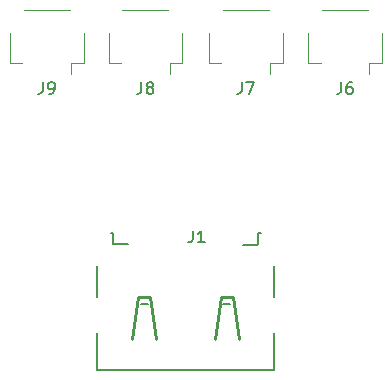
<source format=gbr>
%TF.GenerationSoftware,KiCad,Pcbnew,(6.0.5)*%
%TF.CreationDate,2022-06-07T12:40:07-06:00*%
%TF.ProjectId,21Pin_Fanout,32315069-6e5f-4466-916e-6f75742e6b69,rev?*%
%TF.SameCoordinates,Original*%
%TF.FileFunction,Legend,Top*%
%TF.FilePolarity,Positive*%
%FSLAX46Y46*%
G04 Gerber Fmt 4.6, Leading zero omitted, Abs format (unit mm)*
G04 Created by KiCad (PCBNEW (6.0.5)) date 2022-06-07 12:40:07*
%MOMM*%
%LPD*%
G01*
G04 APERTURE LIST*
%ADD10C,0.150000*%
%ADD11C,0.120000*%
%ADD12C,0.254000*%
%ADD13C,0.200000*%
G04 APERTURE END LIST*
D10*
%TO.C,J9*%
X-12083333Y16317619D02*
X-12083333Y15603333D01*
X-12130952Y15460476D01*
X-12226190Y15365238D01*
X-12369047Y15317619D01*
X-12464285Y15317619D01*
X-11559523Y15317619D02*
X-11369047Y15317619D01*
X-11273809Y15365238D01*
X-11226190Y15412857D01*
X-11130952Y15555714D01*
X-11083333Y15746190D01*
X-11083333Y16127142D01*
X-11130952Y16222380D01*
X-11178571Y16270000D01*
X-11273809Y16317619D01*
X-11464285Y16317619D01*
X-11559523Y16270000D01*
X-11607142Y16222380D01*
X-11654761Y16127142D01*
X-11654761Y15889047D01*
X-11607142Y15793809D01*
X-11559523Y15746190D01*
X-11464285Y15698571D01*
X-11273809Y15698571D01*
X-11178571Y15746190D01*
X-11130952Y15793809D01*
X-11083333Y15889047D01*
%TO.C,J8*%
X-3733333Y16317619D02*
X-3733333Y15603333D01*
X-3780952Y15460476D01*
X-3876190Y15365238D01*
X-4019047Y15317619D01*
X-4114285Y15317619D01*
X-3114285Y15889047D02*
X-3209523Y15936666D01*
X-3257142Y15984285D01*
X-3304761Y16079523D01*
X-3304761Y16127142D01*
X-3257142Y16222380D01*
X-3209523Y16270000D01*
X-3114285Y16317619D01*
X-2923809Y16317619D01*
X-2828571Y16270000D01*
X-2780952Y16222380D01*
X-2733333Y16127142D01*
X-2733333Y16079523D01*
X-2780952Y15984285D01*
X-2828571Y15936666D01*
X-2923809Y15889047D01*
X-3114285Y15889047D01*
X-3209523Y15841428D01*
X-3257142Y15793809D01*
X-3304761Y15698571D01*
X-3304761Y15508095D01*
X-3257142Y15412857D01*
X-3209523Y15365238D01*
X-3114285Y15317619D01*
X-2923809Y15317619D01*
X-2828571Y15365238D01*
X-2780952Y15412857D01*
X-2733333Y15508095D01*
X-2733333Y15698571D01*
X-2780952Y15793809D01*
X-2828571Y15841428D01*
X-2923809Y15889047D01*
%TO.C,J7*%
X4766666Y16317619D02*
X4766666Y15603333D01*
X4719047Y15460476D01*
X4623809Y15365238D01*
X4480952Y15317619D01*
X4385714Y15317619D01*
X5147619Y16317619D02*
X5814285Y16317619D01*
X5385714Y15317619D01*
%TO.C,J1*%
X621309Y3754619D02*
X621309Y3040333D01*
X573690Y2897476D01*
X478452Y2802238D01*
X335595Y2754619D01*
X240357Y2754619D01*
X1621309Y2754619D02*
X1049880Y2754619D01*
X1335595Y2754619D02*
X1335595Y3754619D01*
X1240357Y3611761D01*
X1145119Y3516523D01*
X1049880Y3468904D01*
%TO.C,J6*%
X13166666Y16317619D02*
X13166666Y15603333D01*
X13119047Y15460476D01*
X13023809Y15365238D01*
X12880952Y15317619D01*
X12785714Y15317619D01*
X14071428Y16317619D02*
X13880952Y16317619D01*
X13785714Y16270000D01*
X13738095Y16222380D01*
X13642857Y16079523D01*
X13595238Y15889047D01*
X13595238Y15508095D01*
X13642857Y15412857D01*
X13690476Y15365238D01*
X13785714Y15317619D01*
X13976190Y15317619D01*
X14071428Y15365238D01*
X14119047Y15412857D01*
X14166666Y15508095D01*
X14166666Y15746190D01*
X14119047Y15841428D01*
X14071428Y15889047D01*
X13976190Y15936666D01*
X13785714Y15936666D01*
X13690476Y15889047D01*
X13642857Y15841428D01*
X13595238Y15746190D01*
D11*
%TO.C,J9*%
X-8640000Y20465000D02*
X-8640000Y17965000D01*
X-8640000Y17965000D02*
X-9690000Y17965000D01*
X-9690000Y17965000D02*
X-9690000Y16975000D01*
X-9810000Y22435000D02*
X-13690000Y22435000D01*
X-14860000Y20465000D02*
X-14860000Y17965000D01*
X-14860000Y17965000D02*
X-13810000Y17965000D01*
%TO.C,J8*%
X-6510000Y20465000D02*
X-6510000Y17965000D01*
X-290000Y20465000D02*
X-290000Y17965000D01*
X-1340000Y17965000D02*
X-1340000Y16975000D01*
X-290000Y17965000D02*
X-1340000Y17965000D01*
X-6510000Y17965000D02*
X-5460000Y17965000D01*
X-1460000Y22435000D02*
X-5340000Y22435000D01*
%TO.C,J7*%
X7040000Y22435000D02*
X3160000Y22435000D01*
X8210000Y20465000D02*
X8210000Y17965000D01*
X1990000Y20465000D02*
X1990000Y17965000D01*
X7160000Y17965000D02*
X7160000Y16975000D01*
X1990000Y17965000D02*
X3040000Y17965000D01*
X8210000Y17965000D02*
X7160000Y17965000D01*
D12*
%TO.C,J1*%
X4000000Y-1904000D02*
X4500000Y-5404000D01*
D13*
X6145000Y2575000D02*
X6145000Y3563000D01*
X6352000Y3563000D02*
X6352000Y3556000D01*
X-6107000Y3545000D02*
X-6120000Y3545000D01*
X7500000Y-1876000D02*
X7500000Y743000D01*
X-6350000Y3557000D02*
X-6107000Y3557000D01*
X4830000Y2565000D02*
X6080000Y2565000D01*
X-3200000Y-2504000D02*
X-3800000Y-2504000D01*
X6080000Y2565000D02*
X6080000Y2575000D01*
X-7500000Y-1875000D02*
X-7500000Y743000D01*
X-6107000Y3557000D02*
X-6107000Y3545000D01*
X-6120000Y2592000D02*
X-4837000Y2592000D01*
X7500000Y-8036000D02*
X7500000Y-4917000D01*
X6145000Y3563000D02*
X6352000Y3563000D01*
X3200000Y-2504000D02*
X3800000Y-2504000D01*
D12*
X-3000000Y-1904000D02*
X-4000000Y-1904000D01*
D13*
X-6120000Y3545000D02*
X-6120000Y2592000D01*
D12*
X2500000Y-5404000D02*
X3000000Y-1904000D01*
D13*
X-7500000Y-8036000D02*
X-7500000Y-4917000D01*
X6080000Y2575000D02*
X6145000Y2575000D01*
D12*
X-2500000Y-5404000D02*
X-3000000Y-1904000D01*
D13*
X-7500000Y-8036000D02*
X7500000Y-8036000D01*
D12*
X3000000Y-1904000D02*
X4000000Y-1904000D01*
X-4000000Y-1904000D02*
X-4500000Y-5404000D01*
D11*
%TO.C,J6*%
X10390000Y20465000D02*
X10390000Y17965000D01*
X15560000Y17965000D02*
X15560000Y16975000D01*
X16610000Y17965000D02*
X15560000Y17965000D01*
X10390000Y17965000D02*
X11440000Y17965000D01*
X15440000Y22435000D02*
X11560000Y22435000D01*
X16610000Y20465000D02*
X16610000Y17965000D01*
%TD*%
M02*

</source>
